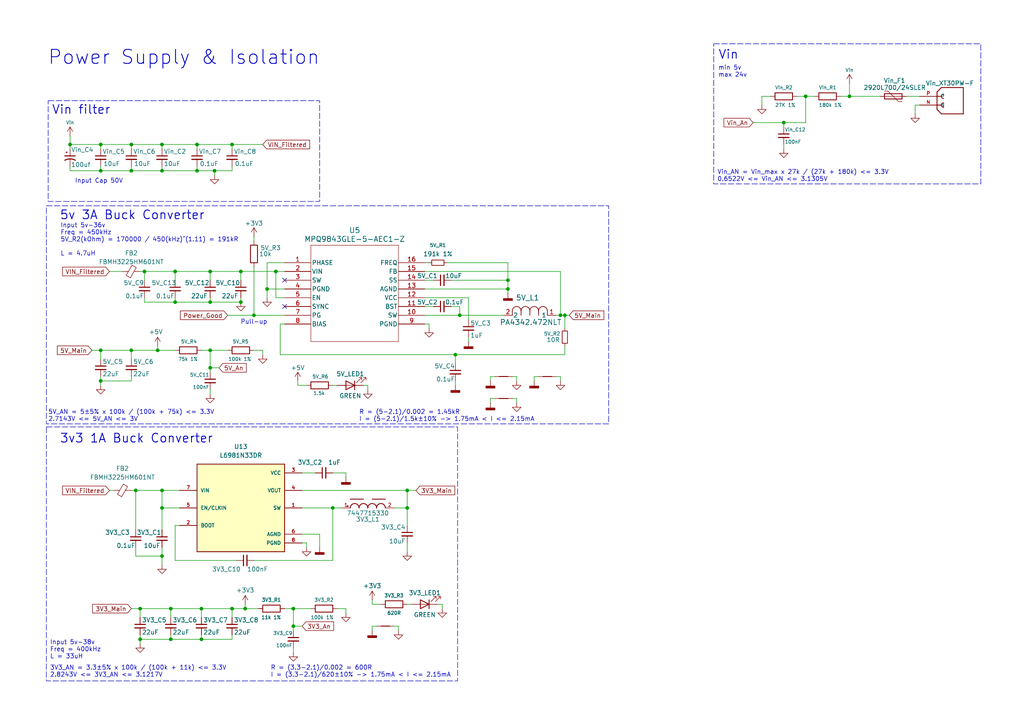
<source format=kicad_sch>
(kicad_sch (version 20250114) (generator "eeschema") (generator_version "9.0")
  (paper "A4")
  (lib_symbols
    (symbol "+3V3_1" (power) (pin_numbers (hide yes)) (pin_names (offset 0) (hide yes))
      (property "Value" "+3V3" (at 0 3.556 0))
      (symbol "+3V3_1_1_1"
        (pin power_in line (at 0 0 90) (length 0) (name "~") (number "1"))
      )
    )
    (symbol "Device:C_Small" (pin_numbers (hide yes)) (pin_names (offset 0.254) (hide yes))
      (property "Reference" "C" (at 0.254 1.778 0))
      (property "Value" "C_Small" (at 0.254 -2.032 0))
      (symbol "C_Small_1_1"
        (pin passive line (at 0 2.54 270) (length 2.032) (name "~") (number "1"))
        (pin passive line (at 0 -2.54 90) (length 2.032) (name "~") (number "2"))
      )
    )
    (symbol "Device:FerriteBead_Small" (pin_numbers (hide yes)) (pin_names (offset 0))
      (property "Reference" "FB" (at 1.905 1.27 0))
      (property "Value" "FerriteBead_Small" (at 1.905 -1.27 0))
      (symbol "FerriteBead_Small_1_1"
        (pin passive line (at 0 2.54 270) (length 1.27) (name "~") (number "1"))
        (pin passive line (at 0 -2.54 90) (length 1.27) (name "~") (number "2"))
      )
    )
    (symbol "Device:LED" (pin_numbers (hide yes)) (pin_names (offset 1.016) (hide yes))
      (property "Reference" "D" (at 0 2.54 0))
      (property "Value" "LED" (at 0 -2.54 0))
      (symbol "LED_1_1"
        (pin passive line (at -3.81 0 0) (length 2.54) (name "K") (number "1"))
        (pin passive line (at 3.81 0 180) (length 2.54) (name "A") (number "2"))
      )
    )
    (symbol "Device:NetTie_2" (pin_numbers (hide yes)) (pin_names (offset 0) (hide yes)) (in_bom no)
      (property "Reference" "NT" (at 0 1.27 0))
      (property "Value" "NetTie_2" (at 0 -1.27 0))
      (symbol "NetTie_2_1_1"
        (pin passive line (at -2.54 0 0) (length 2.54) (name "1") (number "1"))
        (pin passive line (at 2.54 0 180) (length 2.54) (name "2") (number "2"))
      )
    )
    (symbol "Device:Polyfuse" (pin_numbers (hide yes)) (pin_names (offset 0))
      (property "Reference" "F" (at -2.54 0 90))
      (property "Value" "Polyfuse" (at 2.54 0 90))
      (symbol "Polyfuse_1_1"
        (pin passive line (at 0 3.81 270) (length 1.27) (name "~") (number "1"))
        (pin passive line (at 0 -3.81 90) (length 1.27) (name "~") (number "2"))
      )
    )
    (symbol "Device:R" (pin_numbers (hide yes)) (pin_names (offset 0))
      (property "Reference" "R" (at 2.032 0 90))
      (property "Value" "R" (at 0 0 90))
      (symbol "R_1_1"
        (pin passive line (at 0 3.81 270) (length 1.27) (name "~") (number "1"))
        (pin passive line (at 0 -3.81 90) (length 1.27) (name "~") (number "2"))
      )
    )
    (symbol "Device:R_Small" (pin_numbers (hide yes)) (pin_names (offset 0.254) (hide yes))
      (property "Reference" "R" (at 0 0 90))
      (property "Value" "R_Small" (at 1.778 0 90))
      (symbol "R_Small_1_1"
        (pin passive line (at 0 2.54 270) (length 0.762) (name "~") (number "1"))
        (pin passive line (at 0 -2.54 90) (length 0.762) (name "~") (number "2"))
      )
    )
    (symbol "ODB2:875115652007"
      (property "Reference" "C" (at -2.794 2.54 0))
      (property "Value" "100uf" (at 3.81 1.778 0))
      (symbol "875115652007_1_1"
        (pin passive line (at 0 2.54 270) (length 2.032) (name "~") (number "1"))
        (pin passive line (at 0 -2.54 90) (length 2.032) (name "~") (number "2"))
      )
    )
    (symbol "ODB2:L6981N33DR" (pin_names (offset 1.016))
      (property "Reference" "U" (at -12.7 15.24 0))
      (property "Value" "L6981N33DR" (at -12.7 -15.24 0))
      (symbol "L6981N33DR_0_0"
        (pin power_in line (at -17.78 5.08 0) (length 5.08) (name "VIN") (number "7"))
        (pin input line (at -17.78 0 0) (length 5.08) (name "EN/CLKIN") (number "5"))
        (pin passive line (at -17.78 -5.08 0) (length 5.08) (name "BOOT") (number "2"))
        (pin power_in line (at 17.78 10.16 180) (length 5.08) (name "VCC") (number "3"))
        (pin power_in line (at 17.78 5.08 180) (length 5.08) (name "VOUT") (number "4"))
        (pin output line (at 17.78 0 180) (length 5.08) (name "SW") (number "1"))
        (pin power_in line (at 17.78 -7.62 180) (length 5.08) (name "AGND") (number "6"))
        (pin power_in line (at 17.78 -10.16 180) (length 5.08) (name "PGND") (number "8"))
      )
    )
    (symbol "ODB2:MPQ9843GLE-5-AEC1-Z" (pin_names (offset 0.254))
      (property "Reference" "U" (at 20.32 10.16 0))
      (property "Value" "MPQ9843GLE-5-AEC1-Z" (at 20.32 7.62 0))
      (symbol "MPQ9843GLE-5-AEC1-Z_0_1"
        (pin unspecified line (at 0 0 0) (length 7.62) (name "PHASE") (number "1"))
        (pin power_in line (at 0 -2.54 0) (length 7.62) (name "VIN") (number "2"))
        (pin output line (at 0 -5.08 0) (length 7.62) (name "SW") (number "3"))
        (pin power_in line (at 0 -7.62 0) (length 7.62) (name "PGND") (number "4"))
        (pin unspecified line (at 0 -10.16 0) (length 7.62) (name "EN") (number "5"))
        (pin unspecified line (at 0 -12.7 0) (length 7.62) (name "SYNC") (number "6"))
        (pin output line (at 0 -15.24 0) (length 7.62) (name "PG") (number "7"))
        (pin input line (at 0 -17.78 0) (length 7.62) (name "BIAS") (number "8"))
        (pin unspecified line (at 40.64 0 180) (length 7.62) (name "FREQ") (number "16"))
        (pin input line (at 40.64 -2.54 180) (length 7.62) (name "FB") (number "15"))
        (pin input line (at 40.64 -5.08 180) (length 7.62) (name "SS") (number "14"))
        (pin power_out line (at 40.64 -7.62 180) (length 7.62) (name "AGND") (number "13"))
        (pin power_in line (at 40.64 -10.16 180) (length 7.62) (name "VCC") (number "12"))
        (pin power_in line (at 40.64 -12.7 180) (length 7.62) (name "BST") (number "11"))
        (pin output line (at 40.64 -15.24 180) (length 7.62) (name "SW") (number "10"))
        (pin power_in line (at 40.64 -17.78 180) (length 7.62) (name "PGND") (number "9"))
      )
    )
    (symbol "ODB2:WE-PD_1245" (pin_names (offset 1.016))
      (property "Reference" "L" (at 0 3.81 0))
      (property "Value" "WE-PD_1245" (at 0 -2.54 0))
      (symbol "WE-PD_1245_0_0"
        (pin passive line (at -7.62 0 0) (length 2.54) (name "~") (number "1"))
        (pin passive line (at 7.62 0 180) (length 2.54) (name "~") (number "2"))
      )
    )
    (symbol "ODB2:XT30PW-F" (pin_names (offset 1.016))
      (property "Reference" "J" (at -7.62 3.81 0))
      (property "Value" "XT30PW-F" (at -7.62 -7.62 0))
      (symbol "XT30PW-F_0_0"
        (pin power_in line (at 5.08 0 180) (length 5.08) (name "P") (number "P"))
        (pin power_in line (at 5.08 -2.54 180) (length 5.08) (name "N") (number "N"))
      )
    )
    (symbol "PA4342.472NLT_1" (pin_names (offset 0.254))
      (property "Value" "PA4342.472NLT" (at 7.62 4.064 0))
      (symbol "PA4342.472NLT_1_1_1"
        (pin unspecified line (at 0 0 0) (length 2.54) (name "2") (number "2"))
        (pin unspecified line (at 15.24 0 180) (length 2.54) (name "1") (number "1"))
      )
      (symbol "PA4342.472NLT_1_1_2"
        (pin unspecified line (at 0 15.24 270) (length 2.54) (name "1") (number "1"))
        (pin unspecified line (at 0 0 90) (length 2.54) (name "2") (number "2"))
      )
    )
    (symbol "power:+12V" (power) (pin_names (offset 0))
      (property "Value" "+12V" (at 0 3.556 0))
      (symbol "+12V_1_1"
        (pin power_in line (at 0 0 90) (length 0) (hide yes) (name "+12V") (number "1"))
      )
    )
    (symbol "power:+3V3" (power) (pin_numbers (hide yes)) (pin_names (offset 0) (hide yes))
      (property "Value" "+3V3" (at 0 3.556 0))
      (symbol "+3V3_1_1"
        (pin power_in line (at 0 0 90) (length 0) (name "~") (number "1"))
      )
    )
    (symbol "power:+5V" (power) (pin_numbers (hide yes)) (pin_names (offset 0) (hide yes))
      (property "Value" "+5V" (at 0 3.556 0))
      (symbol "+5V_1_1"
        (pin power_in line (at 0 0 90) (length 0) (name "~") (number "1"))
      )
    )
    (symbol "power:GND" (power) (pin_names (offset 0))
      (property "Value" "GND" (at 0 -3.81 0))
      (symbol "GND_1_1"
        (pin power_in line (at 0 0 270) (length 0) (hide yes) (name "GND") (number "1"))
      )
    )
    (symbol "power:GNDD" (power) (pin_numbers (hide yes)) (pin_names (offset 0) (hide yes))
      (property "Value" "GNDD" (at 0 -3.175 0))
      (symbol "GNDD_1_1"
        (pin power_in line (at 0 0 270) (length 0) (name "~") (number "1"))
      )
    )
  )
  (rectangle (start 207.01 12.7) (end 284.48 53.34) (stroke (width 0) (type dash)))
  (rectangle (start 13.462 59.69) (end 176.53 122.936) (stroke (width 0) (type dash)))
  (rectangle (start 13.462 123.825) (end 132.715 197.485) (stroke (width 0) (type dash)))
  (rectangle (start 13.97 29.21) (end 92.71 58.42) (stroke (width 0) (type dash)))
  (text "Vin_AN = Vin_max x 27k / (27k + 180k) <= 3.3V\n0.6522V <= Vin_AN <= 3.1305V" (at 208.026 51.054 0) (effects (font (size 1.27 1.27)) (justify left)))
  (text "5v 3A Buck Converter" (at 17.272 64.008 0) (effects (font (size 2.54 2.54) (thickness 0.254) (bold yes)) (justify left bottom)))
  (text "Input 5v-38v\nFreq = 400kHz\nL = 33uH" (at 14.478 191.262 0) (effects (font (size 1.27 1.27)) (justify left bottom)))
  (text "Pull-up" (at 73.66 93.472 0) (effects (font (size 1.27 1.27))))
  (text "R = (3.3-2.1)/0.002 = 600R\nI = (3.3-2.1)/620±10% -> 1.75mA < I <= 2.15mA" (at 78.486 194.818 0) (effects (font (size 1.27 1.27)) (justify left)))
  (text "R = (5-2.1)/0.002 = 1.45kR\nI = (5-2.1)/1.5k±10% -> 1.75mA < I <= 2.15mA" (at 104.14 120.65 0) (effects (font (size 1.27 1.27)) (justify left)))
  (text "Input 5v-36v\nFreq = 450kHz\n5V_R2(kOhm) = 170000 / 450(kHz)^(1.11) = 191kR\n\nL = 4.7uH" (at 17.526 74.422 0) (effects (font (size 1.27 1.27)) (justify left bottom)))
  (text "Power Supply & Isolation" (at 53.34 16.764 0) (effects (font (size 4.064 4.064) (thickness 0.254) (bold yes))))
  (text "Vin\n\n" (at 208.28 14.478 0) (effects (font (size 2.54 2.54) (thickness 0.254) (bold yes)) (justify left top)))
  (text "Vin filter" (at 14.986 30.48 0) (effects (font (size 2.54 2.54) (thickness 0.254) (bold yes)) (justify left top)))
  (text "min 5v\nmax 24v" (at 208.28 19.05 0) (effects (font (size 1.27 1.27)) (justify left top)))
  (text "Input Cap 50V\n" (at 28.702 52.578 0) (effects (font (size 1.27 1.27))))
  (text "3V3_AN = 3.3±5% x 100k / (100k + 11k) <= 3.3V\n2.8243V <= 3V3_AN <= 3.1217V" (at 14.478 194.818 0) (effects (font (size 1.27 1.27)) (justify left)))
  (text "5V_AN = 5±5% x 100k / (100k + 75k) <= 3.3V\n2.7143V <= 5V_AN <= 3V" (at 13.97 120.65 0) (effects (font (size 1.27 1.27)) (justify left)))
  (text "3v3 1A Buck Converter" (at 17.272 128.778 0) (effects (font (size 2.54 2.54) (thickness 0.254) (bold yes)) (justify left bottom)))
  (junction (at 73.66 91.44))
  (junction (at 227.33 35.56))
  (junction (at 132.08 102.87))
  (junction (at 57.15 41.91))
  (junction (at 38.1 41.91))
  (junction (at 85.09 176.53))
  (junction (at 118.11 142.24))
  (junction (at 29.21 49.53))
  (junction (at 233.68 27.94))
  (junction (at 40.64 185.42))
  (junction (at 38.1 49.53))
  (junction (at 71.12 176.53))
  (junction (at 29.21 41.91))
  (junction (at 60.96 87.63))
  (junction (at 49.53 185.42))
  (junction (at 67.31 41.91))
  (junction (at 29.21 110.49))
  (junction (at 60.96 101.6))
  (junction (at 40.64 176.53))
  (junction (at 163.83 91.44))
  (junction (at 85.09 181.61))
  (junction (at 69.85 87.63))
  (junction (at 29.21 101.6))
  (junction (at 46.99 41.91))
  (junction (at 133.35 91.44))
  (junction (at 67.31 176.53))
  (junction (at 246.38 27.94))
  (junction (at 58.42 185.42))
  (junction (at 69.85 78.74))
  (junction (at 147.32 81.28))
  (junction (at 60.96 106.68))
  (junction (at 41.91 78.74))
  (junction (at 62.23 49.53))
  (junction (at 50.8 78.74))
  (junction (at 46.99 49.53))
  (junction (at 80.01 78.74))
  (junction (at 60.96 78.74))
  (junction (at 46.99 142.24))
  (junction (at 57.15 49.53))
  (junction (at 118.11 147.32))
  (junction (at 77.47 83.82))
  (junction (at 20.32 41.91))
  (junction (at 38.1 101.6))
  (junction (at 96.52 147.32))
  (junction (at 45.72 101.6))
  (junction (at 46.99 161.29))
  (junction (at 46.99 147.32))
  (junction (at 39.37 142.24))
  (junction (at 49.53 176.53))
  (junction (at 58.42 176.53))
  (junction (at 147.32 83.82))
  (junction (at 162.56 91.44))
  (junction (at 50.8 87.63))
  (no_connect (at 82.55 88.9))
  (no_connect (at 82.55 81.28))
  (wire (pts (xy 85.09 181.61) (xy 87.63 181.61)))
  (wire (pts (xy 39.37 161.29) (xy 46.99 161.29)))
  (wire (pts (xy 147.32 76.2) (xy 147.32 81.28)))
  (wire (pts (xy 246.38 24.13) (xy 246.38 27.94)))
  (wire (pts (xy 163.83 102.87) (xy 163.83 100.33)))
  (wire (pts (xy 41.91 78.74) (xy 50.8 78.74)))
  (wire (pts (xy 38.1 41.91) (xy 46.99 41.91)))
  (wire (pts (xy 40.64 184.15) (xy 40.64 185.42)))
  (wire (pts (xy 57.15 43.18) (xy 57.15 41.91)))
  (wire (pts (xy 96.52 162.56) (xy 96.52 147.32)))
  (wire (pts (xy 20.32 41.91) (xy 20.32 43.18)))
  (wire (pts (xy 20.32 49.53) (xy 29.21 49.53)))
  (wire (pts (xy 100.33 177.8) (xy 100.33 176.53)))
  (wire (pts (xy 46.99 142.24) (xy 52.07 142.24)))
  (wire (pts (xy 62.23 49.53) (xy 57.15 49.53)))
  (wire (pts (xy 38.1 49.53) (xy 46.99 49.53)))
  (wire (pts (xy 46.99 161.29) (xy 46.99 163.83)))
  (wire (pts (xy 87.63 157.48) (xy 88.9 157.48)))
  (wire (pts (xy 62.23 49.53) (xy 67.31 49.53)))
  (wire (pts (xy 118.11 142.24) (xy 118.11 147.32)))
  (wire (pts (xy 96.52 147.32) (xy 87.63 147.32)))
  (wire (pts (xy 123.19 93.98) (xy 124.46 93.98)))
  (wire (pts (xy 115.57 181.61) (xy 115.57 182.88)))
  (wire (pts (xy 39.37 158.75) (xy 39.37 161.29)))
  (wire (pts (xy 162.56 109.22) (xy 162.56 110.49)))
  (wire (pts (xy 73.66 91.44) (xy 82.55 91.44)))
  (wire (pts (xy 123.19 88.9) (xy 125.73 88.9)))
  (wire (pts (xy 223.52 27.94) (xy 220.98 27.94)))
  (wire (pts (xy 85.09 181.61) (xy 85.09 176.53)))
  (wire (pts (xy 49.53 185.42) (xy 40.64 185.42)))
  (wire (pts (xy 118.11 175.26) (xy 119.38 175.26)))
  (wire (pts (xy 231.14 27.94) (xy 233.68 27.94)))
  (wire (pts (xy 262.89 27.94) (xy 266.7 27.94)))
  (wire (pts (xy 132.08 102.87) (xy 132.08 105.41)))
  (wire (pts (xy 114.3 181.61) (xy 115.57 181.61)))
  (wire (pts (xy 26.67 101.6) (xy 29.21 101.6)))
  (wire (pts (xy 107.95 175.26) (xy 110.49 175.26)))
  (wire (pts (xy 124.46 93.98) (xy 124.46 95.25)))
  (wire (pts (xy 154.94 109.22) (xy 154.94 110.49)))
  (wire (pts (xy 40.64 176.53) (xy 40.64 179.07)))
  (wire (pts (xy 67.31 185.42) (xy 58.42 185.42)))
  (wire (pts (xy 107.95 173.99) (xy 107.95 175.26)))
  (wire (pts (xy 90.17 176.53) (xy 85.09 176.53)))
  (wire (pts (xy 40.64 185.42) (xy 40.64 186.69)))
  (wire (pts (xy 227.33 36.83) (xy 227.33 35.56)))
  (wire (pts (xy 123.19 76.2) (xy 124.46 76.2)))
  (wire (pts (xy 85.09 182.88) (xy 85.09 181.61)))
  (wire (pts (xy 107.95 181.61) (xy 107.95 182.88)))
  (wire (pts (xy 50.8 86.36) (xy 50.8 87.63)))
  (wire (pts (xy 80.01 78.74) (xy 82.55 78.74)))
  (wire (pts (xy 29.21 109.22) (xy 29.21 110.49)))
  (wire (pts (xy 86.36 110.49) (xy 86.36 111.76)))
  (wire (pts (xy 148.59 109.22) (xy 149.86 109.22)))
  (wire (pts (xy 31.75 78.74) (xy 35.56 78.74)))
  (wire (pts (xy 20.32 48.26) (xy 20.32 49.53)))
  (wire (pts (xy 128.27 175.26) (xy 127 175.26)))
  (wire (pts (xy 96.52 111.76) (xy 97.79 111.76)))
  (wire (pts (xy 49.53 184.15) (xy 49.53 185.42)))
  (wire (pts (xy 86.36 111.76) (xy 88.9 111.76)))
  (wire (pts (xy 147.32 81.28) (xy 147.32 83.82)))
  (wire (pts (xy 46.99 147.32) (xy 46.99 142.24)))
  (wire (pts (xy 106.68 113.03) (xy 106.68 111.76)))
  (wire (pts (xy 41.91 78.74) (xy 41.91 81.28)))
  (wire (pts (xy 243.84 27.94) (xy 246.38 27.94)))
  (wire (pts (xy 96.52 147.32) (xy 99.06 147.32)))
  (wire (pts (xy 133.35 88.9) (xy 133.35 91.44)))
  (wire (pts (xy 71.12 176.53) (xy 74.93 176.53)))
  (wire (pts (xy 132.08 102.87) (xy 163.83 102.87)))
  (wire (pts (xy 50.8 87.63) (xy 41.91 87.63)))
  (wire (pts (xy 161.29 91.44) (xy 162.56 91.44)))
  (wire (pts (xy 58.42 176.53) (xy 58.42 179.07)))
  (wire (pts (xy 20.32 41.91) (xy 29.21 41.91)))
  (wire (pts (xy 109.22 181.61) (xy 107.95 181.61)))
  (wire (pts (xy 82.55 86.36) (xy 80.01 86.36)))
  (wire (pts (xy 87.63 142.24) (xy 118.11 142.24)))
  (wire (pts (xy 39.37 142.24) (xy 39.37 153.67)))
  (wire (pts (xy 246.38 27.94) (xy 255.27 27.94)))
  (wire (pts (xy 92.71 154.94) (xy 92.71 158.75)))
  (wire (pts (xy 50.8 152.4) (xy 52.07 152.4)))
  (wire (pts (xy 87.63 154.94) (xy 92.71 154.94)))
  (wire (pts (xy 220.98 27.94) (xy 220.98 30.48)))
  (wire (pts (xy 67.31 176.53) (xy 58.42 176.53)))
  (wire (pts (xy 76.2 102.87) (xy 76.2 101.6)))
  (wire (pts (xy 227.33 35.56) (xy 233.68 35.56)))
  (wire (pts (xy 142.24 115.57) (xy 142.24 116.84)))
  (wire (pts (xy 142.24 109.22) (xy 142.24 110.49)))
  (wire (pts (xy 148.59 115.57) (xy 149.86 115.57)))
  (wire (pts (xy 77.47 83.82) (xy 82.55 83.82)))
  (wire (pts (xy 129.54 76.2) (xy 147.32 76.2)))
  (wire (pts (xy 67.31 179.07) (xy 67.31 176.53)))
  (wire (pts (xy 29.21 48.26) (xy 29.21 49.53)))
  (wire (pts (xy 81.28 93.98) (xy 82.55 93.98)))
  (wire (pts (xy 123.19 91.44) (xy 133.35 91.44)))
  (wire (pts (xy 77.47 83.82) (xy 77.47 86.36)))
  (wire (pts (xy 57.15 48.26) (xy 57.15 49.53)))
  (wire (pts (xy 38.1 43.18) (xy 38.1 41.91)))
  (wire (pts (xy 67.31 48.26) (xy 67.31 49.53)))
  (wire (pts (xy 69.85 86.36) (xy 69.85 87.63)))
  (wire (pts (xy 38.1 109.22) (xy 38.1 110.49)))
  (wire (pts (xy 85.09 176.53) (xy 82.55 176.53)))
  (wire (pts (xy 147.32 85.09) (xy 147.32 83.82)))
  (wire (pts (xy 38.1 142.24) (xy 39.37 142.24)))
  (wire (pts (xy 66.04 101.6) (xy 60.96 101.6)))
  (wire (pts (xy 123.19 81.28) (xy 125.73 81.28)))
  (wire (pts (xy 60.96 78.74) (xy 60.96 81.28)))
  (wire (pts (xy 62.23 49.53) (xy 62.23 50.8)))
  (wire (pts (xy 135.89 92.71) (xy 135.89 86.36)))
  (wire (pts (xy 60.96 101.6) (xy 58.42 101.6)))
  (wire (pts (xy 73.66 68.58) (xy 73.66 69.85)))
  (wire (pts (xy 135.89 99.06) (xy 135.89 97.79)))
  (wire (pts (xy 163.83 91.44) (xy 165.1 91.44)))
  (wire (pts (xy 80.01 86.36) (xy 80.01 78.74)))
  (wire (pts (xy 162.56 91.44) (xy 163.83 91.44)))
  (wire (pts (xy 118.11 147.32) (xy 118.11 152.4)))
  (wire (pts (xy 66.04 91.44) (xy 73.66 91.44)))
  (wire (pts (xy 69.85 78.74) (xy 80.01 78.74)))
  (wire (pts (xy 218.44 35.56) (xy 227.33 35.56)))
  (wire (pts (xy 96.52 137.16) (xy 100.33 137.16)))
  (wire (pts (xy 46.99 49.53) (xy 57.15 49.53)))
  (wire (pts (xy 233.68 27.94) (xy 236.22 27.94)))
  (wire (pts (xy 45.72 101.6) (xy 50.8 101.6)))
  (wire (pts (xy 46.99 48.26) (xy 46.99 49.53)))
  (wire (pts (xy 106.68 111.76) (xy 105.41 111.76)))
  (wire (pts (xy 50.8 78.74) (xy 50.8 81.28)))
  (wire (pts (xy 40.64 176.53) (xy 49.53 176.53)))
  (wire (pts (xy 45.72 100.33) (xy 45.72 101.6)))
  (wire (pts (xy 40.64 78.74) (xy 41.91 78.74)))
  (wire (pts (xy 73.66 162.56) (xy 96.52 162.56)))
  (wire (pts (xy 265.43 30.48) (xy 266.7 30.48)))
  (wire (pts (xy 60.96 86.36) (xy 60.96 87.63)))
  (wire (pts (xy 76.2 101.6) (xy 73.66 101.6)))
  (wire (pts (xy 67.31 184.15) (xy 67.31 185.42)))
  (wire (pts (xy 38.1 176.53) (xy 40.64 176.53)))
  (wire (pts (xy 60.96 107.95) (xy 60.96 106.68)))
  (wire (pts (xy 132.08 110.49) (xy 132.08 111.76)))
  (wire (pts (xy 73.66 77.47) (xy 73.66 91.44)))
  (wire (pts (xy 29.21 41.91) (xy 38.1 41.91)))
  (wire (pts (xy 60.96 106.68) (xy 63.5 106.68)))
  (wire (pts (xy 58.42 185.42) (xy 49.53 185.42)))
  (wire (pts (xy 123.19 78.74) (xy 162.56 78.74)))
  (wire (pts (xy 38.1 110.49) (xy 29.21 110.49)))
  (wire (pts (xy 123.19 83.82) (xy 147.32 83.82)))
  (wire (pts (xy 38.1 101.6) (xy 38.1 104.14)))
  (wire (pts (xy 29.21 101.6) (xy 29.21 104.14)))
  (wire (pts (xy 87.63 137.16) (xy 91.44 137.16)))
  (wire (pts (xy 29.21 101.6) (xy 38.1 101.6)))
  (wire (pts (xy 69.85 81.28) (xy 69.85 78.74)))
  (wire (pts (xy 82.55 76.2) (xy 77.47 76.2)))
  (wire (pts (xy 60.96 114.3) (xy 60.96 113.03)))
  (wire (pts (xy 81.28 93.98) (xy 81.28 102.87)))
  (wire (pts (xy 57.15 41.91) (xy 67.31 41.91)))
  (wire (pts (xy 77.47 76.2) (xy 77.47 83.82)))
  (wire (pts (xy 227.33 43.18) (xy 227.33 41.91)))
  (wire (pts (xy 38.1 48.26) (xy 38.1 49.53)))
  (wire (pts (xy 29.21 110.49) (xy 29.21 111.76)))
  (wire (pts (xy 163.83 91.44) (xy 163.83 95.25)))
  (wire (pts (xy 46.99 41.91) (xy 57.15 41.91)))
  (wire (pts (xy 265.43 30.48) (xy 265.43 33.02)))
  (wire (pts (xy 50.8 78.74) (xy 60.96 78.74)))
  (wire (pts (xy 49.53 176.53) (xy 49.53 179.07)))
  (wire (pts (xy 71.12 175.26) (xy 71.12 176.53)))
  (wire (pts (xy 29.21 49.53) (xy 38.1 49.53)))
  (wire (pts (xy 149.86 109.22) (xy 149.86 110.49)))
  (wire (pts (xy 60.96 106.68) (xy 60.96 101.6)))
  (wire (pts (xy 71.12 176.53) (xy 67.31 176.53)))
  (wire (pts (xy 149.86 115.57) (xy 149.86 116.84)))
  (wire (pts (xy 41.91 87.63) (xy 41.91 86.36)))
  (wire (pts (xy 100.33 137.16) (xy 100.33 138.43)))
  (wire (pts (xy 130.81 88.9) (xy 133.35 88.9)))
  (wire (pts (xy 58.42 176.53) (xy 49.53 176.53)))
  (wire (pts (xy 67.31 43.18) (xy 67.31 41.91)))
  (wire (pts (xy 143.51 109.22) (xy 142.24 109.22)))
  (wire (pts (xy 233.68 35.56) (xy 233.68 27.94)))
  (wire (pts (xy 118.11 157.48) (xy 118.11 160.02)))
  (wire (pts (xy 130.81 81.28) (xy 147.32 81.28)))
  (wire (pts (xy 133.35 91.44) (xy 146.05 91.44)))
  (wire (pts (xy 100.33 176.53) (xy 97.79 176.53)))
  (wire (pts (xy 60.96 78.74) (xy 69.85 78.74)))
  (wire (pts (xy 39.37 142.24) (xy 46.99 142.24)))
  (wire (pts (xy 38.1 101.6) (xy 45.72 101.6)))
  (wire (pts (xy 46.99 158.75) (xy 46.99 161.29)))
  (wire (pts (xy 161.29 109.22) (xy 162.56 109.22)))
  (wire (pts (xy 50.8 162.56) (xy 68.58 162.56)))
  (wire (pts (xy 69.85 87.63) (xy 60.96 87.63)))
  (wire (pts (xy 81.28 102.87) (xy 132.08 102.87)))
  (wire (pts (xy 46.99 41.91) (xy 46.99 43.18)))
  (wire (pts (xy 50.8 152.4) (xy 50.8 162.56)))
  (wire (pts (xy 118.11 142.24) (xy 120.65 142.24)))
  (wire (pts (xy 123.19 86.36) (xy 135.89 86.36)))
  (wire (pts (xy 60.96 87.63) (xy 50.8 87.63)))
  (wire (pts (xy 58.42 184.15) (xy 58.42 185.42)))
  (wire (pts (xy 46.99 147.32) (xy 46.99 153.67)))
  (wire (pts (xy 128.27 176.53) (xy 128.27 175.26)))
  (wire (pts (xy 88.9 157.48) (xy 88.9 158.75)))
  (wire (pts (xy 20.32 39.37) (xy 20.32 41.91)))
  (wire (pts (xy 162.56 78.74) (xy 162.56 91.44)))
  (wire (pts (xy 31.75 142.24) (xy 33.02 142.24)))
  (wire (pts (xy 29.21 43.18) (xy 29.21 41.91)))
  (wire (pts (xy 67.31 41.91) (xy 76.2 41.91)))
  (wire (pts (xy 85.09 189.23) (xy 85.09 187.96)))
  (wire (pts (xy 52.07 147.32) (xy 46.99 147.32)))
  (wire (pts (xy 118.11 147.32) (xy 114.3 147.32)))
  (wire (pts (xy 143.51 115.57) (xy 142.24 115.57)))
  (wire (pts (xy 156.21 109.22) (xy 154.94 109.22)))
  (global_label "VIN_Filtered" (shape input) (at 76.2 41.91 0) (effects (font (thickness 0.1588))) (property "Intersheetrefs" "${INTERSHEET_REFS}" (effects (hide yes))))
  (global_label "3V3_Main" (shape input) (at 120.65 142.24 0) (effects (font (thickness 0.1588))) (property "Intersheetrefs" "${INTERSHEET_REFS}" (effects (hide yes))))
  (global_label "VIN_Filtered" (shape input) (at 31.75 78.74 180) (effects (font (thickness 0.1588))) (property "Intersheetrefs" "${INTERSHEET_REFS}" (effects (hide yes))))
  (global_label "Power_Good" (shape input) (at 66.04 91.44 180) (effects (font (thickness 0.1588))) (property "Intersheetrefs" "${INTERSHEET_REFS}" (effects (hide yes))))
  (global_label "5V_An" (shape input) (at 63.5 106.68 0) (property "Intersheetrefs" "${INTERSHEET_REFS}" (effects (hide yes))))
  (global_label "5V_Main" (shape input) (at 26.67 101.6 180) (effects (font (thickness 0.1588))) (property "Intersheetrefs" "${INTERSHEET_REFS}" (effects (hide yes))))
  (global_label "Vin_An" (shape input) (at 218.44 35.56 180) (property "Intersheetrefs" "${INTERSHEET_REFS}" (effects (hide yes))))
  (global_label "3V3_An" (shape input) (at 87.63 181.61 0) (property "Intersheetrefs" "${INTERSHEET_REFS}" (effects (hide yes))))
  (global_label "5V_Main" (shape input) (at 165.1 91.44 0) (effects (font (thickness 0.1588))) (property "Intersheetrefs" "${INTERSHEET_REFS}" (effects (hide yes))))
  (global_label "VIN_Filtered" (shape input) (at 31.75 142.24 180) (effects (font (thickness 0.1588))) (property "Intersheetrefs" "${INTERSHEET_REFS}" (effects (hide yes))))
  (global_label "3V3_Main" (shape input) (at 38.1 176.53 180) (effects (font (thickness 0.1588))) (property "Intersheetrefs" "${INTERSHEET_REFS}" (effects (hide yes))))
  (symbol (lib_id "Device:R") (at 92.71 111.76 270) (mirror x) (unit 1)
    (property "Reference" "5V_R6" (at 95.25 109.22 90) (effects (font (size 1 1)) (justify right)))
    (property "Value" "1.5k" (at 94.234 114.046 90) (effects (font (size 1 1)) (justify right)))
    (property "Footprint" "Resistor_SMD:R_0603_1608Metric" (effects (hide yes)))
  )
  (symbol (lib_id "Device:R") (at 93.98 176.53 270) (mirror x) (unit 1)
    (property "Reference" "3V3_R2" (at 96.774 173.99 90) (effects (font (size 1 1)) (justify right)))
    (property "Value" "100k 1%" (at 96.774 179.07 90) (effects (font (size 1 1)) (justify right)))
    (property "Footprint" "Resistor_SMD:R_0603_1608Metric" (effects (hide yes)))
  )
  (symbol (lib_id "power:GND") (at 162.56 110.49 0) (unit 1)
    (property "Reference" "#PWR0146" (effects (hide yes)))
    (property "Value" "GND" (effects (hide yes)))
  )
  (symbol (lib_id "power:+5V") (at 86.36 110.49 0) (unit 1)
    (property "Reference" "#PWR0141" (effects (hide yes)))
    (property "Value" "+5V" (at 86.36 106.68 0))
    (property "Description" "Power symbol creates a global label with name \"+5V\"" (effects (hide yes)))
  )
  (symbol (lib_id "Device:C_Small") (at 46.99 45.72 0) (unit 1)
    (property "Reference" "Vin_C2" (at 47.498 43.942 0) (effects (justify left)))
    (property "Value" "10uF" (at 47.498 47.498 0) (effects (justify left)))
    (property "Footprint" "Capacitor_SMD:C_1210_3225Metric" (effects (hide yes)))
    (property "Description" "Unpolarized capacitor, small symbol" (effects (hide yes)))
  )
  (symbol (lib_id "power:GND") (at 128.27 176.53 0) (mirror y) (unit 1)
    (property "Reference" "#PWR040" (effects (hide yes)))
    (property "Value" "GND" (effects (hide yes)))
  )
  (symbol (lib_id "power:GND") (at 227.33 43.18 0) (unit 1)
    (property "Reference" "#PWR0102" (effects (hide yes)))
    (property "Value" "GND" (effects (hide yes)))
  )
  (symbol (lib_name "PA4342.472NLT_1") (lib_id "ODB2:PA4342.472NLT") (at 146.05 91.44 0) (unit 1)
    (property "Reference" "5V_L1" (at 153.035 86.36 0) (effects (font (size 1.524 1.524))))
    (property "Value" "PA4342.472NLT" (at 153.924 93.472 0) (effects (font (size 1.524 1.524))))
    (property "Footprint" "ODB:IND_PA4342_PUL" (effects (hide yes)))
    (property "Datasheet" "PA4342.472NLT" (effects (hide yes)))
  )
  (symbol (lib_id "power:GND") (at 76.2 102.87 0) (mirror y) (unit 1)
    (property "Reference" "#PWR037" (effects (hide yes)))
    (property "Value" "GND" (effects (hide yes)))
  )
  (symbol (lib_id "Device:NetTie_2") (at 111.76 181.61 0) (unit 1) (in_bom no)
    (property "Reference" "NT4" (effects (hide yes)))
    (property "Value" "NetTie_2" (effects (hide yes)))
    (property "Footprint" "NetTie:NetTie-4_SMD_Pad0.5mm" (effects (hide yes)))
    (property "Description" "Net tie, 2 pins" (effects (hide yes)))
  )
  (symbol (lib_id "power:GNDD") (at 135.89 99.06 0) (unit 1)
    (property "Reference" "#PWR045" (effects (hide yes)))
    (property "Value" "AGND5V" (effects (hide yes)))
    (property "Description" "Power symbol creates a global label with name \"GNDD\" , digital ground" (effects (hide yes)))
  )
  (symbol (lib_id "Device:C_Small") (at 49.53 181.61 0) (unit 1)
    (property "Reference" "3V3_C6" (at 50.038 179.832 0) (effects (justify left)))
    (property "Value" "22uF" (at 50.038 183.388 0) (effects (justify left)))
    (property "Footprint" "Capacitor_SMD:C_1210_3225Metric" (effects (hide yes)))
    (property "Description" "Unpolarized capacitor, small symbol" (effects (hide yes)))
  )
  (symbol (lib_id "power:GND") (at 118.11 160.02 0) (unit 1)
    (property "Reference" "#PWR0114" (effects (hide yes)))
    (property "Value" "GND" (effects (hide yes)))
  )
  (symbol (lib_name "+3V3_1") (lib_id "power:+3V3") (at 71.12 175.26 0) (unit 1)
    (property "Reference" "#PWR0116" (effects (hide yes)))
    (property "Value" "+3V3" (at 71.12 171.196 0))
    (property "Description" "Power symbol creates a global label with name \"+3V3\"" (effects (hide yes)))
  )
  (symbol (lib_id "Device:R") (at 78.74 176.53 270) (mirror x) (unit 1)
    (property "Reference" "3V3_R1" (at 81.534 173.99 90) (effects (font (size 1 1)) (justify right)))
    (property "Value" "11k 1%" (at 81.534 179.07 90) (effects (font (size 1 1)) (justify right)))
    (property "Footprint" "Resistor_SMD:R_0603_1608Metric" (effects (hide yes)))
  )
  (symbol (lib_id "power:GND") (at 40.64 186.69 0) (unit 1)
    (property "Reference" "#PWR0115" (effects (hide yes)))
    (property "Value" "GND" (effects (hide yes)))
  )
  (symbol (lib_id "Device:R_Small") (at 127 76.2 90) (unit 1)
    (property "Reference" "5V_R1" (at 127 71.12 90) (effects (font (size 1.016 1.016))))
    (property "Value" "191k 1%" (at 127 73.66 90))
    (property "Footprint" "Resistor_SMD:R_0603_1608Metric" (effects (hide yes)))
    (property "Description" "Resistor, small symbol" (effects (hide yes)))
  )
  (symbol (lib_id "power:GND") (at 115.57 182.88 0) (unit 1)
    (property "Reference" "#PWR0109" (effects (hide yes)))
    (property "Value" "GND" (effects (hide yes)))
  )
  (symbol (lib_id "Device:C_Small") (at 46.99 156.21 0) (unit 1)
    (property "Reference" "3V3_C1" (at 39.624 154.432 0) (effects (justify left)))
    (property "Value" "10uF" (at 41.656 158.242 0) (effects (justify left)))
    (property "Footprint" "Capacitor_SMD:C_0603_1608Metric" (effects (hide yes)))
    (property "Description" "Unpolarized capacitor, small symbol" (effects (hide yes)))
  )
  (symbol (lib_id "power:GNDD") (at 154.94 110.49 0) (unit 1)
    (property "Reference" "#PWR0145" (effects (hide yes)))
    (property "Value" "AGND5V" (effects (hide yes)))
    (property "Description" "Power symbol creates a global label with name \"GNDD\" , digital ground" (effects (hide yes)))
  )
  (symbol (lib_id "Device:C_Small") (at 93.98 137.16 90) (unit 1)
    (property "Reference" "3V3_C2" (at 93.472 134.112 90) (effects (justify left)))
    (property "Value" "1uF" (at 98.806 134.112 90) (effects (justify left)))
    (property "Footprint" "Capacitor_SMD:C_0603_1608Metric" (effects (hide yes)))
    (property "Description" "Unpolarized capacitor, small symbol" (effects (hide yes)))
  )
  (symbol (lib_id "Device:LED") (at 101.6 111.76 180) (unit 1)
    (property "Reference" "5V_LED1" (at 101.6 108.458 0))
    (property "Value" "GREEN" (at 101.6 114.808 0))
    (property "Footprint" "LED_SMD:LED_0603_1608Metric" (effects (hide yes)))
    (property "Description" "Light emitting diode" (effects (hide yes)))
  )
  (symbol (lib_id "power:GND") (at 60.96 114.3 0) (mirror y) (unit 1)
    (property "Reference" "#PWR036" (effects (hide yes)))
    (property "Value" "GND" (effects (hide yes)))
  )
  (symbol (lib_id "power:+3V3") (at 73.66 68.58 0) (unit 1)
    (property "Reference" "#PWR0105" (effects (hide yes)))
    (property "Value" "+3V3" (at 73.66 64.77 0))
    (property "Description" "Power symbol creates a global label with name \"+3V3\"" (effects (hide yes)))
  )
  (symbol (lib_id "ODB2:WE-PD_1245") (at 106.68 147.32 0) (unit 1)
    (property "Reference" "3V3_L1" (at 106.68 150.622 0))
    (property "Value" "7447715330" (at 106.68 148.844 0))
    (property "Footprint" "ODB:WE-PD_1245" (effects (hide yes)))
  )
  (symbol (lib_id "Device:C_Small") (at 69.85 83.82 0) (unit 1)
    (property "Reference" "5V_C10" (at 62.484 82.042 0) (effects (justify left)))
    (property "Value" "22uF" (at 64.262 85.852 0) (effects (justify left)))
    (property "Footprint" "Capacitor_SMD:C_1210_3225Metric" (effects (hide yes)))
    (property "Description" "Unpolarized capacitor, small symbol" (effects (hide yes)))
  )
  (symbol (lib_id "Device:R") (at 114.3 175.26 270) (mirror x) (unit 1)
    (property "Reference" "3V3_R3" (at 117.094 172.72 90) (effects (font (size 1 1)) (justify right)))
    (property "Value" "620R" (at 116.332 177.8 90) (effects (font (size 1 1)) (justify right)))
    (property "Footprint" "Resistor_SMD:R_0603_1608Metric" (effects (hide yes)))
  )
  (symbol (lib_id "power:GND") (at 149.86 116.84 0) (unit 1)
    (property "Reference" "#PWR097" (effects (hide yes)))
    (property "Value" "GND" (effects (hide yes)))
  )
  (symbol (lib_id "power:GNDD") (at 142.24 116.84 0) (unit 1)
    (property "Reference" "#PWR047" (effects (hide yes)))
    (property "Value" "AGND5V" (effects (hide yes)))
    (property "Description" "Power symbol creates a global label with name \"GNDD\" , digital ground" (effects (hide yes)))
  )
  (symbol (lib_id "power:GNDD") (at 92.71 158.75 0) (unit 1)
    (property "Reference" "#PWR0112" (effects (hide yes)))
    (property "Value" "AGND3V3" (effects (hide yes)))
    (property "Description" "Power symbol creates a global label with name \"GNDD\" , digital ground" (effects (hide yes)))
  )
  (symbol (lib_id "Device:NetTie_2") (at 158.75 109.22 0) (unit 1) (in_bom no)
    (property "Reference" "NT5" (effects (hide yes)))
    (property "Value" "NetTie_2" (effects (hide yes)))
    (property "Footprint" "NetTie:NetTie-2_SMD_Pad0.5mm" (effects (hide yes)))
    (property "Description" "Net tie, 2 pins" (effects (hide yes)))
  )
  (symbol (lib_id "power:GND") (at 265.43 33.02 0) (unit 1)
    (property "Reference" "#PWR032" (effects (hide yes)))
    (property "Value" "GND" (effects (hide yes)))
  )
  (symbol (lib_id "power:GND") (at 77.47 86.36 0) (unit 1)
    (property "Reference" "#PWR035" (effects (hide yes)))
    (property "Value" "GND" (effects (hide yes)))
  )
  (symbol (lib_id "power:GND") (at 88.9 158.75 0) (unit 1)
    (property "Reference" "#PWR0111" (effects (hide yes)))
    (property "Value" "GND" (effects (hide yes)))
  )
  (symbol (lib_id "power:GND") (at 85.09 189.23 0) (mirror y) (unit 1)
    (property "Reference" "#PWR0124" (effects (hide yes)))
    (property "Value" "GND" (effects (hide yes)))
  )
  (symbol (lib_id "Device:C_Small") (at 38.1 106.68 0) (unit 1)
    (property "Reference" "5V_C6" (at 38.608 104.902 0) (effects (justify left)))
    (property "Value" "22uF" (at 38.608 108.458 0) (effects (justify left)))
    (property "Footprint" "Capacitor_SMD:C_1210_3225Metric" (effects (hide yes)))
    (property "Description" "Unpolarized capacitor, small symbol" (effects (hide yes)))
  )
  (symbol (lib_id "Device:C_Small") (at 50.8 83.82 0) (unit 1)
    (property "Reference" "5V_C13" (at 43.942 82.042 0) (effects (justify left)))
    (property "Value" "0.1uF" (at 45.212 85.852 0) (effects (justify left)))
    (property "Footprint" "Capacitor_SMD:C_0402_1005Metric" (effects (hide yes)))
    (property "Description" "Unpolarized capacitor, small symbol" (effects (hide yes)))
  )
  (symbol (lib_id "ODB2:875115652007") (at 20.32 45.72 0) (unit 1)
    (property "Reference" "Vin_C4" (at 23.876 43.434 0))
    (property "Value" "100uf" (at 20.574 47.752 0) (effects (justify left)))
    (property "Footprint" "ODB:WCAP-PSHP_8X8.7_DXL_" (effects (hide yes)))
    (property "Datasheet" "https://www.digikey.ca/en/products/detail/w%C3%BCrth-elektronik/875115652007/8556615" (effects (hide yes)))
    (property "Description" "CAP ALUM POLY 100UF 20% 35V SMD" (effects (hide yes)))
  )
  (symbol (lib_id "power:GND") (at 69.85 87.63 0) (unit 1)
    (property "Reference" "#PWR095" (effects (hide yes)))
    (property "Value" "GND" (effects (hide yes)))
  )
  (symbol (lib_id "Device:C_Small") (at 41.91 83.82 0) (unit 1)
    (property "Reference" "5V_C9" (at 35.814 82.042 0) (effects (justify left)))
    (property "Value" "0.1uF" (at 36.322 85.852 0) (effects (justify left)))
    (property "Footprint" "Capacitor_SMD:C_0402_1005Metric" (effects (hide yes)))
    (property "Description" "Unpolarized capacitor, small symbol" (effects (hide yes)))
  )
  (symbol (lib_id "power:+5V") (at 45.72 100.33 0) (unit 1)
    (property "Reference" "#PWR0126" (effects (hide yes)))
    (property "Value" "+5V" (at 45.212 96.266 0))
    (property "Description" "Power symbol creates a global label with name \"+5V\"" (effects (hide yes)))
  )
  (symbol (lib_id "power:GNDD") (at 107.95 182.88 0) (unit 1)
    (property "Reference" "#PWR0107" (effects (hide yes)))
    (property "Value" "AGND3V3" (effects (hide yes)))
    (property "Description" "Power symbol creates a global label with name \"GNDD\" , digital ground" (effects (hide yes)))
  )
  (symbol (lib_id "Device:LED") (at 123.19 175.26 180) (unit 1)
    (property "Reference" "3V3_LED1" (at 123.19 171.958 0))
    (property "Value" "GREEN" (at 123.19 178.308 0))
    (property "Footprint" "LED_SMD:LED_0603_1608Metric" (effects (hide yes)))
    (property "Description" "Light emitting diode" (effects (hide yes)))
  )
  (symbol (lib_id "Device:C_Small") (at 29.21 106.68 0) (unit 1)
    (property "Reference" "5V_C5" (at 29.718 104.902 0) (effects (justify left)))
    (property "Value" "22uF" (at 29.718 108.458 0) (effects (justify left)))
    (property "Footprint" "Capacitor_SMD:C_1210_3225Metric" (effects (hide yes)))
    (property "Description" "Unpolarized capacitor, small symbol" (effects (hide yes)))
  )
  (symbol (lib_id "power:GND") (at 62.23 50.8 0) (unit 1)
    (property "Reference" "#PWR034" (effects (hide yes)))
    (property "Value" "GND" (effects (hide yes)))
  )
  (symbol (lib_id "power:GND") (at 106.68 113.03 0) (mirror y) (unit 1)
    (property "Reference" "#PWR0142" (effects (hide yes)))
    (property "Value" "GND" (effects (hide yes)))
  )
  (symbol (lib_id "Device:C_Small") (at 132.08 107.95 0) (unit 1)
    (property "Reference" "5V_C4" (at 125.984 106.172 0) (effects (justify left)))
    (property "Value" "0.1uF" (at 126.492 109.982 0) (effects (justify left)))
    (property "Footprint" "Capacitor_SMD:C_0402_1005Metric" (effects (hide yes)))
    (property "Description" "Unpolarized capacitor, small symbol" (effects (hide yes)))
  )
  (symbol (lib_id "Device:R") (at 227.33 27.94 90) (unit 1)
    (property "Reference" "Vin_R2" (at 224.79 25.4 90) (effects (font (size 1 1)) (justify right)))
    (property "Value" "27K 1%" (at 224.79 30.48 90) (effects (font (size 1 1)) (justify right)))
    (property "Footprint" "Resistor_SMD:R_0603_1608Metric" (effects (hide yes)))
  )
  (symbol (lib_id "Device:C_Small") (at 40.64 181.61 0) (unit 1)
    (property "Reference" "3V3_C5" (at 41.148 179.832 0) (effects (justify left)))
    (property "Value" "22uF" (at 41.148 183.388 0) (effects (justify left)))
    (property "Footprint" "Capacitor_SMD:C_1210_3225Metric" (effects (hide yes)))
    (property "Description" "Unpolarized capacitor, small symbol" (effects (hide yes)))
  )
  (symbol (lib_id "power:+12V") (at 20.32 39.37 0) (unit 1)
    (property "Reference" "#PWR032" (effects (hide yes)))
    (property "Value" "Vin" (at 20.32 35.56 0) (effects (font (size 1 1))))
  )
  (symbol (lib_id "power:GNDD") (at 132.08 111.76 0) (unit 1)
    (property "Reference" "#PWR041" (effects (hide yes)))
    (property "Value" "AGND5V" (effects (hide yes)))
    (property "Description" "Power symbol creates a global label with name \"GNDD\" , digital ground" (effects (hide yes)))
  )
  (symbol (lib_id "Device:Polyfuse") (at 259.08 27.94 90) (mirror x) (unit 1)
    (property "Reference" "Vin_F1" (at 256.286 23.368 90) (effects (justify right)))
    (property "Value" "2920L700/24SLER" (at 250.444 25.4 90) (effects (justify right)))
    (property "Footprint" "Fuse:Fuse_2920_7451Metric" (effects (hide yes)))
    (property "Datasheet" "2920L700/24SLER" (effects (hide yes)))
    (property "Description" "Resettable fuse" (effects (hide yes)))
  )
  (symbol (lib_id "Device:R") (at 73.66 73.66 0) (unit 1)
    (property "Reference" "5V_R3" (at 78.486 71.882 0))
    (property "Value" "10k" (at 76.962 73.66 0))
    (property "Footprint" "Resistor_SMD:R_0603_1608Metric" (effects (hide yes)))
    (property "Description" "Resistor" (effects (hide yes)))
  )
  (symbol (lib_id "Device:C_Small") (at 60.96 110.49 0) (mirror y) (unit 1)
    (property "Reference" "5V_C11" (at 60.706 108.712 0) (effects (font (size 1 1)) (justify left)))
    (property "Value" "100nF" (at 60.706 112.268 0) (effects (font (size 1 1)) (justify left)))
    (property "Footprint" "Capacitor_SMD:C_0603_1608Metric" (effects (hide yes)))
    (property "Description" "Unpolarized capacitor, small symbol" (effects (hide yes)))
  )
  (symbol (lib_id "Device:FerriteBead_Small") (at 38.1 78.74 90) (unit 1)
    (property "Reference" "FB2" (at 38.1 73.406 90))
    (property "Value" "FBMH3225HM601NT" (at 38.1 75.946 90))
    (property "Footprint" "Inductor_SMD:L_1210_3225Metric" (effects (hide yes)))
    (property "Description" "Ferrite bead, small symbol" (effects (hide yes)))
  )
  (symbol (lib_id "Device:R") (at 69.85 101.6 270) (mirror x) (unit 1)
    (property "Reference" "5V_R5" (at 72.136 99.06 90) (effects (font (size 1 1)) (justify right)))
    (property "Value" "100k 1%" (at 72.898 104.14 90) (effects (font (size 1 1)) (justify right)))
    (property "Footprint" "Resistor_SMD:R_0603_1608Metric" (effects (hide yes)))
  )
  (symbol (lib_id "Device:R") (at 54.61 101.6 270) (mirror x) (unit 1)
    (property "Reference" "5V_R4" (at 57.15 99.06 90) (effects (font (size 1 1)) (justify right)))
    (property "Value" "75k 1%" (at 57.404 104.14 90) (effects (font (size 1 1)) (justify right)))
    (property "Footprint" "Resistor_SMD:R_0603_1608Metric" (effects (hide yes)))
  )
  (symbol (lib_id "power:GND") (at 100.33 177.8 0) (mirror y) (unit 1)
    (property "Reference" "#PWR0125" (effects (hide yes)))
    (property "Value" "GND" (effects (hide yes)))
  )
  (symbol (lib_id "ODB2:L6981N33DR") (at 69.85 147.32 0) (unit 1)
    (property "Reference" "U13" (at 69.85 129.54 0))
    (property "Value" "L6981N33DR" (at 69.85 132.08 0))
    (property "Footprint" "ODB:SOIC127P600X175-8N" (effects (hide yes)))
    (property "PARTREV" "3" (effects (hide yes)))
    (property "STANDARD" "IPC-7351B" (effects (hide yes)))
    (property "MAXIMUM_PACKAGE_HEIGHT" "1.75mm" (effects (hide yes)))
    (property "MANUFACTURER" "ST Microelectronics" (effects (hide yes)))
  )
  (symbol (lib_id "Device:C_Small") (at 60.96 83.82 0) (unit 1)
    (property "Reference" "5V_C12" (at 53.594 82.042 0) (effects (justify left)))
    (property "Value" "22uF" (at 55.372 85.852 0) (effects (justify left)))
    (property "Footprint" "Capacitor_SMD:C_1210_3225Metric" (effects (hide yes)))
    (property "Description" "Unpolarized capacitor, small symbol" (effects (hide yes)))
  )
  (symbol (lib_id "Device:R") (at 240.03 27.94 90) (unit 1)
    (property "Reference" "Vin_R1" (at 237.49 25.4 90) (effects (font (size 1 1)) (justify right)))
    (property "Value" "180k 1%" (at 237.49 30.48 90) (effects (font (size 1 1)) (justify right)))
    (property "Footprint" "Resistor_SMD:R_0603_1608Metric" (effects (hide yes)))
  )
  (symbol (lib_id "power:GND") (at 220.98 30.48 0) (unit 1)
    (property "Reference" "#PWR049" (effects (hide yes)))
    (property "Value" "GND" (effects (hide yes)))
  )
  (symbol (lib_id "Device:C_Small") (at 38.1 45.72 0) (unit 1)
    (property "Reference" "Vin_C6" (at 38.608 43.942 0) (effects (justify left)))
    (property "Value" "10uF" (at 38.862 47.498 0) (effects (justify left)))
    (property "Footprint" "Capacitor_SMD:C_1210_3225Metric" (effects (hide yes)))
    (property "Description" "Unpolarized capacitor, small symbol" (effects (hide yes)))
  )
  (symbol (lib_id "Device:C_Small") (at 85.09 185.42 0) (mirror y) (unit 1)
    (property "Reference" "3V3_C9" (at 84.836 183.642 0) (effects (font (size 1 1)) (justify left)))
    (property "Value" "100nF" (at 84.836 187.198 0) (effects (font (size 1 1)) (justify left)))
    (property "Footprint" "Capacitor_SMD:C_0603_1608Metric" (effects (hide yes)))
    (property "Description" "Unpolarized capacitor, small symbol" (effects (hide yes)))
  )
  (symbol (lib_id "power:GNDD") (at 142.24 110.49 0) (unit 1)
    (property "Reference" "#PWR098" (effects (hide yes)))
    (property "Value" "AGND5V" (effects (hide yes)))
    (property "Description" "Power symbol creates a global label with name \"GNDD\" , digital ground" (effects (hide yes)))
  )
  (symbol (lib_id "Device:NetTie_2") (at 146.05 109.22 0) (unit 1) (in_bom no)
    (property "Reference" "NT1" (effects (hide yes)))
    (property "Value" "NetTie_2" (effects (hide yes)))
    (property "Footprint" "NetTie:NetTie-2_SMD_Pad0.5mm" (effects (hide yes)))
    (property "Description" "Net tie, 2 pins" (effects (hide yes)))
  )
  (symbol (lib_id "Device:C_Small") (at 227.33 39.37 0) (unit 1)
    (property "Reference" "Vin_C12" (at 227.584 37.592 0) (effects (font (size 1 1)) (justify left)))
    (property "Value" "100nF" (at 227.584 41.148 0) (effects (font (size 1 1)) (justify left)))
    (property "Footprint" "Capacitor_SMD:C_0603_1608Metric" (effects (hide yes)))
    (property "Description" "Unpolarized capacitor, small symbol" (effects (hide yes)))
  )
  (symbol (lib_id "Device:C_Small") (at 118.11 154.94 0) (unit 1)
    (property "Reference" "3V3_C4" (at 110.49 152.908 0) (effects (justify left)))
    (property "Value" "10uF" (at 112.776 156.972 0) (effects (justify left)))
    (property "Footprint" "Capacitor_SMD:C_1210_3225Metric" (effects (hide yes)))
    (property "Description" "Unpolarized capacitor, small symbol" (effects (hide yes)))
  )
  (symbol (lib_id "Device:C_Small") (at 57.15 45.72 0) (unit 1)
    (property "Reference" "Vin_C7" (at 57.658 43.942 0) (effects (justify left)))
    (property "Value" "0.1uF" (at 57.912 47.498 0) (effects (justify left)))
    (property "Footprint" "Capacitor_SMD:C_0603_1608Metric" (effects (hide yes)))
    (property "Description" "Unpolarized capacitor, small symbol" (effects (hide yes)))
  )
  (symbol (lib_name "+3V3_1") (lib_id "power:+3V3") (at 107.95 173.99 0) (unit 1)
    (property "Reference" "#PWR038" (effects (hide yes)))
    (property "Value" "+3V3" (at 107.95 169.926 0))
    (property "Description" "Power symbol creates a global label with name \"+3V3\"" (effects (hide yes)))
  )
  (symbol (lib_id "Device:C_Small") (at 29.21 45.72 0) (unit 1)
    (property "Reference" "Vin_C5" (at 29.718 43.942 0) (effects (justify left)))
    (property "Value" "10uF" (at 29.972 47.498 0) (effects (justify left)))
    (property "Footprint" "Capacitor_SMD:C_1210_3225Metric" (effects (hide yes)))
    (property "Description" "Unpolarized capacitor, small symbol" (effects (hide yes)))
  )
  (symbol (lib_id "power:GNDD") (at 147.32 85.09 0) (unit 1)
    (property "Reference" "#PWR048" (effects (hide yes)))
    (property "Value" "AGND5V" (effects (hide yes)))
    (property "Description" "Power symbol creates a global label with name \"GNDD\" , digital ground" (effects (hide yes)))
  )
  (symbol (lib_id "power:GND") (at 149.86 110.49 0) (unit 1)
    (property "Reference" "#PWR0104" (effects (hide yes)))
    (property "Value" "GND" (effects (hide yes)))
  )
  (symbol (lib_id "Device:C_Small") (at 128.27 88.9 90) (unit 1)
    (property "Reference" "5V_C2" (at 123.952 87.63 90))
    (property "Value" "0.1uF" (at 131.826 87.63 90))
    (property "Footprint" "Capacitor_SMD:C_0402_1005Metric" (effects (hide yes)))
    (property "Description" "Unpolarized capacitor, small symbol" (effects (hide yes)))
  )
  (symbol (lib_id "Device:C_Small") (at 128.27 81.28 90) (unit 1)
    (property "Reference" "5V_C1" (at 123.952 80.01 90))
    (property "Value" "10uF" (at 131.572 80.01 90))
    (property "Footprint" "Capacitor_SMD:C_0603_1608Metric" (effects (hide yes)))
    (property "Description" "Unpolarized capacitor, small symbol" (effects (hide yes)))
  )
  (symbol (lib_id "Device:NetTie_2") (at 146.05 115.57 0) (unit 1) (in_bom no)
    (property "Reference" "NT2" (effects (hide yes)))
    (property "Value" "NetTie_2" (effects (hide yes)))
    (property "Footprint" "NetTie:NetTie-2_SMD_Pad0.5mm" (effects (hide yes)))
    (property "Description" "Net tie, 2 pins" (effects (hide yes)))
  )
  (symbol (lib_id "ODB2:XT30PW-F") (at 271.78 27.94 0) (mirror y) (unit 1)
    (property "Reference" "J15" (effects (hide yes)))
    (property "Value" "Vin_XT30PW-F" (at 268.478 24.13 0) (effects (justify right)))
    (property "Footprint" "ODB:AMASS_XT30PW-F" (effects (hide yes)))
    (property "MF" "amass" (effects (hide yes)))
    (property "MAXIMUM_PACKAGE_HEIGHT" "5 mm" (effects (hide yes)))
    (property "Package" "None" (effects (hide yes)))
    (property "Price" "None" (effects (hide yes)))
    (property "Check_prices" "https://www.snapeda.com/parts/XT30PW-F/AMASS/view-part/?ref=eda" (effects (hide yes)))
    (property "STANDARD" "Manufacturer Recommendations" (effects (hide yes)))
    (property "PARTREV" "1.2" (effects (hide yes)))
    (property "SnapEDA_Link" "https://www.snapeda.com/parts/XT30PW-F/AMASS/view-part/?ref=snap" (effects (hide yes)))
    (property "MP" "XT30PW-F" (effects (hide yes)))
    (property "Description_1" "Socket; DC supply; XT30; female; PIN: 2; on PCBs; THT; yellow; 15A" (effects (hide yes)))
    (property "MANUFACTURER" "Amass" (effects (hide yes)))
    (property "Availability" "In Stock" (effects (hide yes)))
    (property "SNAPEDA_PN" "XT30PW-F" (effects (hide yes)))
  )
  (symbol (lib_id "Device:FerriteBead_Small") (at 35.56 142.24 90) (unit 1)
    (property "Reference" "FB2" (at 35.5219 135.89 90))
    (property "Value" "FBMH3225HM601NT" (at 35.5219 138.43 90))
    (property "Footprint" "Inductor_SMD:L_1210_3225Metric" (effects (hide yes)))
    (property "Description" "Ferrite bead, small symbol" (effects (hide yes)))
  )
  (symbol (lib_id "power:GND") (at 124.46 95.25 0) (unit 1)
    (property "Reference" "#PWR039" (effects (hide yes)))
    (property "Value" "GND" (effects (hide yes)))
  )
  (symbol (lib_id "Device:C_Small") (at 71.12 162.56 90) (unit 1)
    (property "Reference" "3V3_C10" (at 69.85 165.1 90) (effects (justify left)))
    (property "Value" "100nF" (at 77.724 165.1 90) (effects (justify left)))
    (property "Footprint" "Capacitor_SMD:C_0603_1608Metric" (effects (hide yes)))
    (property "Description" "Unpolarized capacitor, small symbol" (effects (hide yes)))
  )
  (symbol (lib_id "power:GND") (at 29.21 111.76 0) (unit 1)
    (property "Reference" "#PWR033" (effects (hide yes)))
    (property "Value" "GND" (effects (hide yes)))
  )
  (symbol (lib_id "Device:R_Small") (at 163.83 97.79 0) (unit 1)
    (property "Reference" "5V_R2" (at 157.734 96.774 0) (effects (font (size 1.016 1.016)) (justify left)))
    (property "Value" "10R" (at 158.496 98.552 0) (effects (justify left)))
    (property "Footprint" "Resistor_SMD:R_0603_1608Metric" (effects (hide yes)))
    (property "Description" "Resistor, small symbol" (effects (hide yes)))
  )
  (symbol (lib_id "ODB2:MPQ9843GLE-5-AEC1-Z") (at 82.55 76.2 0) (unit 1)
    (property "Reference" "U5" (at 102.87 66.802 0) (effects (font (size 1.524 1.524))))
    (property "Value" "MPQ9843GLE-5-AEC1-Z" (at 102.87 69.342 0) (effects (font (size 1.524 1.524))))
    (property "Footprint" "ODB:QFN-16_ MPQ9843" (effects (hide yes)))
    (property "Datasheet" "https://www.monolithicpower.com/en/documentview/productdocument/index/version/2/document_type/Datasheet/lang/en/sku/MPQ9843GL" (effects (hide yes)))
  )
  (symbol (lib_id "Device:C_Small") (at 39.37 156.21 0) (unit 1)
    (property "Reference" "3V3_C3" (at 30.48 154.432 0) (effects (justify left)))
    (property "Value" "0.1uF" (at 33.782 158.242 0) (effects (justify left)))
    (property "Footprint" "Capacitor_SMD:C_0603_1608Metric" (effects (hide yes)))
    (property "Description" "Unpolarized capacitor, small symbol" (effects (hide yes)))
  )
  (symbol (lib_id "Device:C_Small") (at 135.89 95.25 0) (unit 1)
    (property "Reference" "5V_C3" (at 136.398 93.726 0) (effects (justify left)))
    (property "Value" "1uF" (at 136.398 97.282 0) (effects (justify left)))
    (property "Footprint" "Capacitor_SMD:C_0603_1608Metric" (effects (hide yes)))
    (property "Description" "Unpolarized capacitor, small symbol" (effects (hide yes)))
  )
  (symbol (lib_id "Device:C_Small") (at 67.31 45.72 0) (unit 1)
    (property "Reference" "Vin_C8" (at 67.818 43.942 0) (effects (justify left)))
    (property "Value" "0.1uF" (at 68.072 47.498 0) (effects (justify left)))
    (property "Footprint" "Capacitor_SMD:C_0603_1608Metric" (effects (hide yes)))
    (property "Description" "Unpolarized capacitor, small symbol" (effects (hide yes)))
  )
  (symbol (lib_id "Device:C_Small") (at 58.42 181.61 0) (unit 1)
    (property "Reference" "3V3_C7" (at 58.928 179.832 0) (effects (justify left)))
    (property "Value" "22uF" (at 58.928 183.388 0) (effects (justify left)))
    (property "Footprint" "Capacitor_SMD:C_1210_3225Metric" (effects (hide yes)))
    (property "Description" "Unpolarized capacitor, small symbol" (effects (hide yes)))
  )
  (symbol (lib_id "power:GNDD") (at 100.33 138.43 0) (unit 1)
    (property "Reference" "#PWR0110" (effects (hide yes)))
    (property "Value" "AGND3V3" (effects (hide yes)))
    (property "Description" "Power symbol creates a global label with name \"GNDD\" , digital ground" (effects (hide yes)))
  )
  (symbol (lib_id "power:GND") (at 46.99 163.83 0) (unit 1)
    (property "Reference" "#PWR096" (effects (hide yes)))
    (property "Value" "GND" (effects (hide yes)))
  )
  (symbol (lib_id "power:+12V") (at 246.38 24.13 0) (unit 1)
    (property "Reference" "#PWR0127" (effects (hide yes)))
    (property "Value" "Vin" (at 246.38 20.32 0) (effects (font (size 1 1))))
  )
  (symbol (lib_id "Device:C_Small") (at 67.31 181.61 0) (unit 1)
    (property "Reference" "3V3_C8" (at 67.818 179.832 0) (effects (justify left)))
    (property "Value" "22uF" (at 67.818 183.388 0) (effects (justify left)))
    (property "Footprint" "Capacitor_SMD:C_1210_3225Metric" (effects (hide yes)))
    (property "Description" "Unpolarized capacitor, small symbol" (effects (hide yes)))
  )
)
</source>
